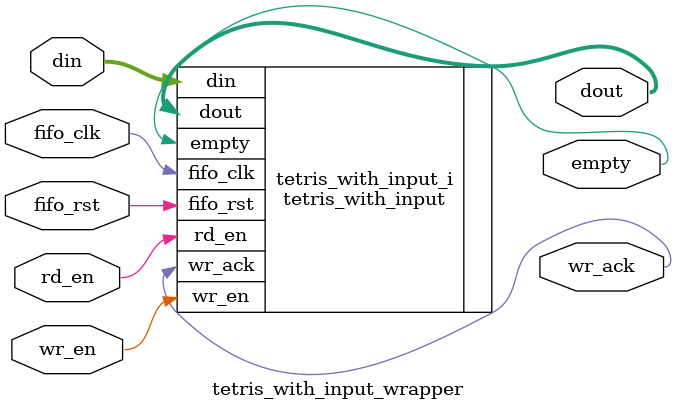
<source format=v>
`timescale 1 ps / 1 ps

module tetris_with_input_wrapper
   (din,
    dout,
    empty,
    fifo_clk,
    fifo_rst,
    rd_en,
    wr_ack,
    wr_en);
  input [6:0]din;
  output [6:0]dout;
  output empty;
  input fifo_clk;
  input fifo_rst;
  input rd_en;
  output wr_ack;
  input wr_en;

  wire [6:0]din;
  wire [6:0]dout;
  wire empty;
  wire fifo_clk;
  wire fifo_rst;
  wire rd_en;
  wire wr_ack;
  wire wr_en;

  tetris_with_input tetris_with_input_i
       (.din(din),
        .dout(dout),
        .empty(empty),
        .fifo_clk(fifo_clk),
        .fifo_rst(fifo_rst),
        .rd_en(rd_en),
        .wr_ack(wr_ack),
        .wr_en(wr_en));
endmodule

</source>
